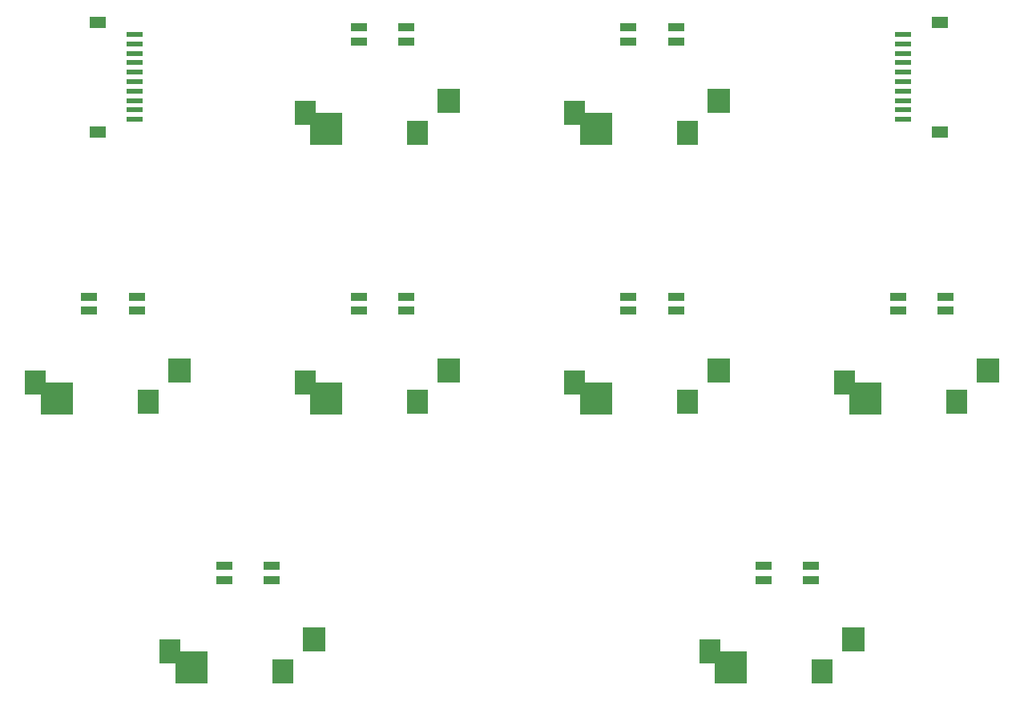
<source format=gbp>
G04 #@! TF.GenerationSoftware,KiCad,Pcbnew,8.0.1-8.0.1-1~ubuntu22.04.1*
G04 #@! TF.CreationDate,2024-05-03T20:10:14-07:00*
G04 #@! TF.ProjectId,Seismos_4-Rhythm,53656973-6d6f-4735-9f34-2d5268797468,rev?*
G04 #@! TF.SameCoordinates,Original*
G04 #@! TF.FileFunction,Paste,Bot*
G04 #@! TF.FilePolarity,Positive*
%FSLAX46Y46*%
G04 Gerber Fmt 4.6, Leading zero omitted, Abs format (unit mm)*
G04 Created by KiCad (PCBNEW 8.0.1-8.0.1-1~ubuntu22.04.1) date 2024-05-03 20:10:14*
%MOMM*%
%LPD*%
G01*
G04 APERTURE LIST*
%ADD10R,1.700000X0.600000*%
%ADD11R,1.800000X1.200000*%
%ADD12R,1.750000X0.812800*%
%ADD13R,2.300000X2.600000*%
%ADD14R,3.500000X3.500000*%
%ADD15R,2.400000X2.600000*%
G04 APERTURE END LIST*
D10*
X142518500Y-27300000D03*
X142518500Y-28300000D03*
X142519500Y-29300000D03*
X142519500Y-30300000D03*
X142519500Y-31300000D03*
X142519500Y-32300000D03*
X142519500Y-33300000D03*
X142519500Y-34300000D03*
X142519500Y-35300000D03*
X142519500Y-36300000D03*
D11*
X146394500Y-26000000D03*
X146394500Y-37600000D03*
D12*
X70748100Y-83554900D03*
D13*
X65060000Y-92600000D03*
X76960000Y-94700000D03*
D12*
X75778000Y-83554900D03*
X70748100Y-85053500D03*
X75778000Y-85053500D03*
D14*
X67310000Y-94315000D03*
D15*
X80260000Y-91340000D03*
D12*
X127748100Y-83554900D03*
D13*
X122060000Y-92600000D03*
X133960000Y-94700000D03*
D12*
X132778000Y-83554900D03*
X127748100Y-85053500D03*
X132778000Y-85053500D03*
D14*
X124310000Y-94315000D03*
D15*
X137260000Y-91340000D03*
D12*
X113498100Y-55054900D03*
D13*
X107810000Y-64100000D03*
X119710000Y-66200000D03*
D12*
X118528000Y-55054900D03*
X113498100Y-56553500D03*
X118528000Y-56553500D03*
D14*
X110060000Y-65815000D03*
D15*
X123010000Y-62840000D03*
D12*
X84998100Y-26554900D03*
D13*
X79310000Y-35600000D03*
X91210000Y-37700000D03*
D12*
X90028000Y-26554900D03*
X84998100Y-28053500D03*
X90028000Y-28053500D03*
D14*
X81560000Y-37315000D03*
D15*
X94510000Y-34340000D03*
X123010000Y-34340000D03*
D14*
X110060000Y-37315000D03*
D12*
X118528000Y-28053500D03*
X113498100Y-28053500D03*
X118528000Y-26554900D03*
D13*
X119710000Y-37700000D03*
X107810000Y-35600000D03*
D12*
X113498100Y-26554900D03*
X141998100Y-55054900D03*
D13*
X136310000Y-64100000D03*
X148210000Y-66200000D03*
D12*
X147028000Y-55054900D03*
X141998100Y-56553500D03*
X147028000Y-56553500D03*
D14*
X138560000Y-65815000D03*
D15*
X151510000Y-62840000D03*
D10*
X61281500Y-36300000D03*
X61281500Y-35300000D03*
X61280500Y-34300000D03*
X61280500Y-33300000D03*
X61280500Y-32300000D03*
X61280500Y-31300000D03*
X61280500Y-30300000D03*
X61280500Y-29300000D03*
X61280500Y-28300000D03*
X61280500Y-27300000D03*
D11*
X57405500Y-37600000D03*
X57405500Y-26000000D03*
D12*
X84998100Y-55054900D03*
D13*
X79310000Y-64100000D03*
X91210000Y-66200000D03*
D12*
X90028000Y-55054900D03*
X84998100Y-56553500D03*
X90028000Y-56553500D03*
D14*
X81560000Y-65815000D03*
D15*
X94510000Y-62840000D03*
D12*
X56498100Y-55054900D03*
D13*
X50810000Y-64100000D03*
X62710000Y-66200000D03*
D12*
X61528000Y-55054900D03*
X56498100Y-56553500D03*
X61528000Y-56553500D03*
D14*
X53060000Y-65815000D03*
D15*
X66010000Y-62840000D03*
M02*

</source>
